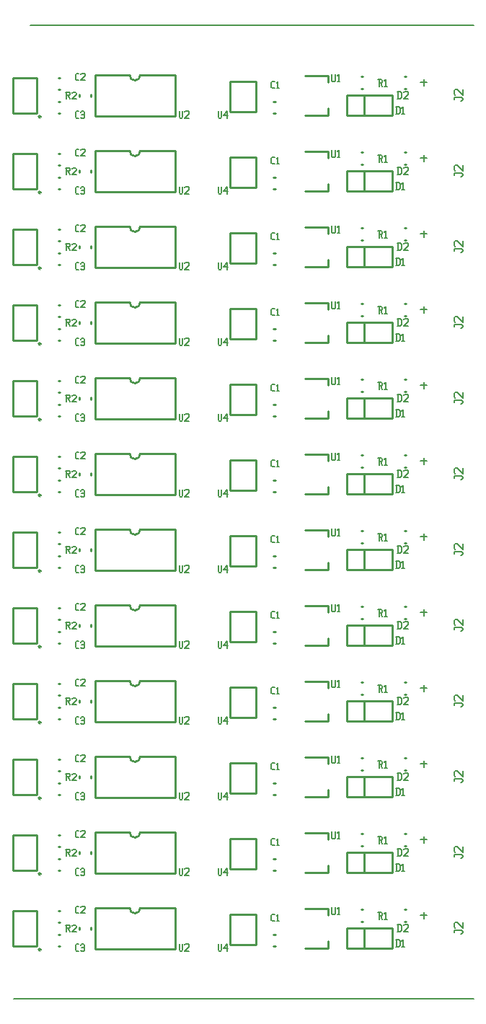
<source format=gbr>
G04 start of page 9 for group -4079 idx -4079 *
G04 Title: (unknown), topsilk *
G04 Creator: pcb 4.0.2 *
G04 CreationDate: Sun May 15 03:05:21 2022 UTC *
G04 For: railfan *
G04 Format: Gerber/RS-274X *
G04 PCB-Dimensions (mil): 3000.00 5500.00 *
G04 PCB-Coordinate-Origin: lower left *
%MOIN*%
%FSLAX25Y25*%
%LNTOPSILK*%
%ADD49C,0.0100*%
%ADD48C,0.0080*%
G54D48*X62500Y500000D02*X267500D01*
X243000Y473500D02*X246000D01*
X244500Y475000D02*Y472000D01*
X243000Y438500D02*X246000D01*
X244500Y440000D02*Y437000D01*
X243000Y403500D02*X246000D01*
X244500Y405000D02*Y402000D01*
X243000Y368500D02*X246000D01*
X244500Y370000D02*Y367000D01*
X243000Y333500D02*X246000D01*
X244500Y335000D02*Y332000D01*
X243000Y298500D02*X246000D01*
X244500Y300000D02*Y297000D01*
X55000Y50000D02*X267500D01*
X243000Y263500D02*X246000D01*
X244500Y265000D02*Y262000D01*
X243000Y228500D02*X246000D01*
X244500Y230000D02*Y227000D01*
X243000Y193500D02*X246000D01*
X244500Y195000D02*Y192000D01*
X243000Y158500D02*X246000D01*
X244500Y160000D02*Y157000D01*
X243000Y123500D02*X246000D01*
X244500Y125000D02*Y122000D01*
X243000Y88500D02*X246000D01*
X244500Y90000D02*Y87000D01*
G54D49*X85245Y467893D02*Y467107D01*
X90755Y467893D02*Y467107D01*
X75607Y464755D02*X76393D01*
X75607Y459245D02*X76393D01*
X75607Y475755D02*X76393D01*
X75607Y470245D02*X76393D01*
X54488Y459232D02*X65512D01*
X54488Y475768D02*Y459232D01*
Y475768D02*X65512D01*
Y459232D01*
X67512Y457732D02*G75*G03X67512Y457732I-500J0D01*G01*
X92500Y477000D02*Y458000D01*
X129500D01*
Y477000D01*
X92500D02*X108500D01*
X129500D02*X113500D01*
X108500D02*G75*G03X113500Y477000I2500J0D01*G01*
X166900Y473900D02*Y460000D01*
X155100Y473900D02*X166900D01*
X155100D02*Y460000D01*
X166900D01*
X189520Y476750D02*X200150D01*
X189520Y458250D02*X200150D01*
Y476750D02*Y473500D01*
Y461500D02*Y458250D01*
X189520Y476750D02*Y476571D01*
Y458429D02*Y458250D01*
X175107Y459245D02*X175893D01*
X175107Y464755D02*X175893D01*
X166900Y438900D02*Y425000D01*
X155100Y438900D02*X166900D01*
X155100D02*Y425000D01*
X166900D01*
X189520Y441750D02*X200150D01*
X189520Y423250D02*X200150D01*
Y441750D02*Y438500D01*
Y426500D02*Y423250D01*
X189520Y441750D02*Y441571D01*
Y423429D02*Y423250D01*
X175107Y424245D02*X175893D01*
X175107Y429755D02*X175893D01*
X166900Y403900D02*Y390000D01*
X155100Y403900D02*X166900D01*
X155100D02*Y390000D01*
X166900D01*
X189520Y406750D02*X200150D01*
X189520Y388250D02*X200150D01*
Y406750D02*Y403500D01*
Y391500D02*Y388250D01*
X189520Y406750D02*Y406571D01*
Y388429D02*Y388250D01*
X175107Y389245D02*X175893D01*
X175107Y394755D02*X175893D01*
X85245Y432893D02*Y432107D01*
X90755Y432893D02*Y432107D01*
X75607Y429755D02*X76393D01*
X75607Y424245D02*X76393D01*
X75607Y440755D02*X76393D01*
X75607Y435245D02*X76393D01*
X54488Y424232D02*X65512D01*
X54488Y440768D02*Y424232D01*
Y440768D02*X65512D01*
Y424232D01*
X67512Y422732D02*G75*G03X67512Y422732I-500J0D01*G01*
X85245Y397893D02*Y397107D01*
X90755Y397893D02*Y397107D01*
X92500Y407000D02*Y388000D01*
X129500D01*
Y407000D01*
X92500D02*X108500D01*
X129500D02*X113500D01*
X108500D02*G75*G03X113500Y407000I2500J0D01*G01*
X92500Y442000D02*Y423000D01*
X129500D01*
Y442000D01*
X92500D02*X108500D01*
X129500D02*X113500D01*
X108500D02*G75*G03X113500Y442000I2500J0D01*G01*
X209000Y73200D02*X230000D01*
X209000Y82800D02*X230000D01*
X209000Y73200D02*Y82800D01*
X230000Y73200D02*Y82800D01*
X217000Y73200D02*Y82800D01*
X189520Y91750D02*X200150D01*
X189520Y73250D02*X200150D01*
Y91750D02*Y88500D01*
Y76500D02*Y73250D01*
X189520Y91750D02*Y91571D01*
Y73429D02*Y73250D01*
X215607Y91255D02*X216393D01*
X215607Y85745D02*X216393D01*
X235607Y91255D02*X236393D01*
X235607Y85745D02*X236393D01*
X85245Y82893D02*Y82107D01*
X90755Y82893D02*Y82107D01*
X75607Y79755D02*X76393D01*
X75607Y74245D02*X76393D01*
X75607Y90755D02*X76393D01*
X75607Y85245D02*X76393D01*
X166900Y88900D02*Y75000D01*
X155100Y88900D02*X166900D01*
X155100D02*Y75000D01*
X166900D01*
X175107Y74245D02*X175893D01*
X175107Y79755D02*X175893D01*
X92500Y92000D02*Y73000D01*
X129500D01*
Y92000D01*
X92500D02*X108500D01*
X129500D02*X113500D01*
X108500D02*G75*G03X113500Y92000I2500J0D01*G01*
X54488Y74232D02*X65512D01*
X54488Y90768D02*Y74232D01*
Y90768D02*X65512D01*
Y74232D01*
X67512Y72732D02*G75*G03X67512Y72732I-500J0D01*G01*
X209000Y458200D02*X230000D01*
X209000Y467800D02*X230000D01*
X209000Y458200D02*Y467800D01*
X230000Y458200D02*Y467800D01*
X217000Y458200D02*Y467800D01*
X215607Y476255D02*X216393D01*
X215607Y470745D02*X216393D01*
X235607Y476255D02*X236393D01*
X235607Y470745D02*X236393D01*
X209000Y423200D02*X230000D01*
X209000Y432800D02*X230000D01*
X209000Y423200D02*Y432800D01*
X230000Y423200D02*Y432800D01*
X217000Y423200D02*Y432800D01*
X215607Y441255D02*X216393D01*
X215607Y435745D02*X216393D01*
X235607Y441255D02*X236393D01*
X235607Y435745D02*X236393D01*
X209000Y388200D02*X230000D01*
X209000Y397800D02*X230000D01*
X209000Y388200D02*Y397800D01*
X230000Y388200D02*Y397800D01*
X217000Y388200D02*Y397800D01*
X215607Y406255D02*X216393D01*
X215607Y400745D02*X216393D01*
X235607Y406255D02*X236393D01*
X235607Y400745D02*X236393D01*
X75607Y394755D02*X76393D01*
X75607Y389245D02*X76393D01*
X75607Y405755D02*X76393D01*
X75607Y400245D02*X76393D01*
X54488Y389232D02*X65512D01*
X54488Y405768D02*Y389232D01*
Y405768D02*X65512D01*
Y389232D01*
X67512Y387732D02*G75*G03X67512Y387732I-500J0D01*G01*
X75607Y359755D02*X76393D01*
X75607Y354245D02*X76393D01*
X92500Y372000D02*Y353000D01*
X129500D01*
Y372000D01*
X92500D02*X108500D01*
X129500D02*X113500D01*
X108500D02*G75*G03X113500Y372000I2500J0D01*G01*
X85245Y362893D02*Y362107D01*
X90755Y362893D02*Y362107D01*
X75607Y370755D02*X76393D01*
X75607Y365245D02*X76393D01*
X54488Y354232D02*X65512D01*
X54488Y370768D02*Y354232D01*
Y370768D02*X65512D01*
Y354232D01*
X67512Y352732D02*G75*G03X67512Y352732I-500J0D01*G01*
X85245Y327893D02*Y327107D01*
X90755Y327893D02*Y327107D01*
X75607Y335755D02*X76393D01*
X75607Y330245D02*X76393D01*
X54488Y319232D02*X65512D01*
X54488Y335768D02*Y319232D01*
Y335768D02*X65512D01*
Y319232D01*
X67512Y317732D02*G75*G03X67512Y317732I-500J0D01*G01*
X75607Y324755D02*X76393D01*
X75607Y319245D02*X76393D01*
X75607Y300755D02*X76393D01*
X75607Y295245D02*X76393D01*
X85245Y292893D02*Y292107D01*
X90755Y292893D02*Y292107D01*
X92500Y302000D02*Y283000D01*
X129500D01*
Y302000D01*
X92500D02*X108500D01*
X129500D02*X113500D01*
X108500D02*G75*G03X113500Y302000I2500J0D01*G01*
X92500Y337000D02*Y318000D01*
X129500D01*
Y337000D01*
X92500D02*X108500D01*
X129500D02*X113500D01*
X108500D02*G75*G03X113500Y337000I2500J0D01*G01*
X85245Y257893D02*Y257107D01*
X90755Y257893D02*Y257107D01*
X92500Y267000D02*Y248000D01*
X129500D01*
Y267000D01*
X92500D02*X108500D01*
X129500D02*X113500D01*
X108500D02*G75*G03X113500Y267000I2500J0D01*G01*
X75607Y289755D02*X76393D01*
X75607Y284245D02*X76393D01*
X54488Y284232D02*X65512D01*
X54488Y300768D02*Y284232D01*
Y300768D02*X65512D01*
Y284232D01*
X67512Y282732D02*G75*G03X67512Y282732I-500J0D01*G01*
X75607Y254755D02*X76393D01*
X75607Y249245D02*X76393D01*
X75607Y265755D02*X76393D01*
X75607Y260245D02*X76393D01*
X54488Y249232D02*X65512D01*
X54488Y265768D02*Y249232D01*
Y265768D02*X65512D01*
Y249232D01*
X67512Y247732D02*G75*G03X67512Y247732I-500J0D01*G01*
X166900Y368900D02*Y355000D01*
X155100Y368900D02*X166900D01*
X155100D02*Y355000D01*
X166900D01*
X189520Y371750D02*X200150D01*
X189520Y353250D02*X200150D01*
Y371750D02*Y368500D01*
Y356500D02*Y353250D01*
X189520Y371750D02*Y371571D01*
Y353429D02*Y353250D01*
X175107Y354245D02*X175893D01*
X175107Y359755D02*X175893D01*
X166900Y333900D02*Y320000D01*
X155100Y333900D02*X166900D01*
X155100D02*Y320000D01*
X166900D01*
X175107Y319245D02*X175893D01*
X175107Y324755D02*X175893D01*
X166900Y298900D02*Y285000D01*
X155100Y298900D02*X166900D01*
X155100D02*Y285000D01*
X166900D01*
X175107Y284245D02*X175893D01*
X175107Y289755D02*X175893D01*
X166900Y263900D02*Y250000D01*
X155100Y263900D02*X166900D01*
X155100D02*Y250000D01*
X166900D01*
X175107Y249245D02*X175893D01*
X175107Y254755D02*X175893D01*
X209000Y353200D02*X230000D01*
X209000Y362800D02*X230000D01*
X209000Y353200D02*Y362800D01*
X230000Y353200D02*Y362800D01*
X217000Y353200D02*Y362800D01*
X215607Y371255D02*X216393D01*
X215607Y365745D02*X216393D01*
X235607Y371255D02*X236393D01*
X235607Y365745D02*X236393D01*
X209000Y318200D02*X230000D01*
X209000Y327800D02*X230000D01*
X209000Y318200D02*Y327800D01*
X230000Y318200D02*Y327800D01*
X217000Y318200D02*Y327800D01*
X189520Y336750D02*X200150D01*
X189520Y318250D02*X200150D01*
Y336750D02*Y333500D01*
Y321500D02*Y318250D01*
X189520Y336750D02*Y336571D01*
Y318429D02*Y318250D01*
X215607Y336255D02*X216393D01*
X215607Y330745D02*X216393D01*
X235607Y336255D02*X236393D01*
X235607Y330745D02*X236393D01*
X209000Y283200D02*X230000D01*
X209000Y292800D02*X230000D01*
X209000Y283200D02*Y292800D01*
X230000Y283200D02*Y292800D01*
X217000Y283200D02*Y292800D01*
X189520Y301750D02*X200150D01*
X189520Y283250D02*X200150D01*
Y301750D02*Y298500D01*
Y286500D02*Y283250D01*
X189520Y301750D02*Y301571D01*
Y283429D02*Y283250D01*
X215607Y301255D02*X216393D01*
X215607Y295745D02*X216393D01*
X235607Y301255D02*X236393D01*
X235607Y295745D02*X236393D01*
X209000Y248200D02*X230000D01*
X209000Y257800D02*X230000D01*
X209000Y248200D02*Y257800D01*
X230000Y248200D02*Y257800D01*
X217000Y248200D02*Y257800D01*
X189520Y266750D02*X200150D01*
X189520Y248250D02*X200150D01*
Y266750D02*Y263500D01*
Y251500D02*Y248250D01*
X189520Y266750D02*Y266571D01*
Y248429D02*Y248250D01*
X215607Y266255D02*X216393D01*
X215607Y260745D02*X216393D01*
X235607Y266255D02*X236393D01*
X235607Y260745D02*X236393D01*
X209000Y213200D02*X230000D01*
X209000Y222800D02*X230000D01*
X209000Y213200D02*Y222800D01*
X230000Y213200D02*Y222800D01*
X217000Y213200D02*Y222800D01*
X189520Y231750D02*X200150D01*
X189520Y213250D02*X200150D01*
Y231750D02*Y228500D01*
Y216500D02*Y213250D01*
X189520Y231750D02*Y231571D01*
Y213429D02*Y213250D01*
X215607Y231255D02*X216393D01*
X215607Y225745D02*X216393D01*
X235607Y231255D02*X236393D01*
X235607Y225745D02*X236393D01*
X209000Y178200D02*X230000D01*
X209000Y187800D02*X230000D01*
X209000Y178200D02*Y187800D01*
X230000Y178200D02*Y187800D01*
X217000Y178200D02*Y187800D01*
X189520Y196750D02*X200150D01*
X189520Y178250D02*X200150D01*
Y196750D02*Y193500D01*
Y181500D02*Y178250D01*
X189520Y196750D02*Y196571D01*
Y178429D02*Y178250D01*
X215607Y196255D02*X216393D01*
X215607Y190745D02*X216393D01*
X235607Y196255D02*X236393D01*
X235607Y190745D02*X236393D01*
X209000Y143200D02*X230000D01*
X209000Y152800D02*X230000D01*
X209000Y143200D02*Y152800D01*
X230000Y143200D02*Y152800D01*
X217000Y143200D02*Y152800D01*
X189520Y161750D02*X200150D01*
X189520Y143250D02*X200150D01*
Y161750D02*Y158500D01*
Y146500D02*Y143250D01*
X189520Y161750D02*Y161571D01*
Y143429D02*Y143250D01*
X215607Y161255D02*X216393D01*
X215607Y155745D02*X216393D01*
X209000Y108200D02*X230000D01*
X209000Y117800D02*X230000D01*
X209000Y108200D02*Y117800D01*
X230000Y108200D02*Y117800D01*
X217000Y108200D02*Y117800D01*
X189520Y126750D02*X200150D01*
X189520Y108250D02*X200150D01*
Y126750D02*Y123500D01*
Y111500D02*Y108250D01*
X189520Y126750D02*Y126571D01*
Y108429D02*Y108250D01*
X215607Y126255D02*X216393D01*
X215607Y120745D02*X216393D01*
X235607Y161255D02*X236393D01*
X235607Y155745D02*X236393D01*
X235607Y126255D02*X236393D01*
X235607Y120745D02*X236393D01*
X85245Y222893D02*Y222107D01*
X90755Y222893D02*Y222107D01*
X166900Y228900D02*Y215000D01*
X155100Y228900D02*X166900D01*
X155100D02*Y215000D01*
X166900D01*
X175107Y214245D02*X175893D01*
X175107Y219755D02*X175893D01*
X92500Y232000D02*Y213000D01*
X129500D01*
Y232000D01*
X92500D02*X108500D01*
X129500D02*X113500D01*
X108500D02*G75*G03X113500Y232000I2500J0D01*G01*
X166900Y193900D02*Y180000D01*
X155100Y193900D02*X166900D01*
X155100D02*Y180000D01*
X166900D01*
X175107Y179245D02*X175893D01*
X175107Y184755D02*X175893D01*
X92500Y197000D02*Y178000D01*
X129500D01*
Y197000D01*
X92500D02*X108500D01*
X129500D02*X113500D01*
X108500D02*G75*G03X113500Y197000I2500J0D01*G01*
X75607Y219755D02*X76393D01*
X75607Y214245D02*X76393D01*
X75607Y230755D02*X76393D01*
X75607Y225245D02*X76393D01*
X75607Y195755D02*X76393D01*
X75607Y190245D02*X76393D01*
X54488Y214232D02*X65512D01*
X54488Y230768D02*Y214232D01*
Y230768D02*X65512D01*
Y214232D01*
X67512Y212732D02*G75*G03X67512Y212732I-500J0D01*G01*
X85245Y187893D02*Y187107D01*
X90755Y187893D02*Y187107D01*
X75607Y184755D02*X76393D01*
X75607Y179245D02*X76393D01*
X54488Y179232D02*X65512D01*
X54488Y195768D02*Y179232D01*
Y195768D02*X65512D01*
Y179232D01*
X67512Y177732D02*G75*G03X67512Y177732I-500J0D01*G01*
X85245Y152893D02*Y152107D01*
X90755Y152893D02*Y152107D01*
X75607Y149755D02*X76393D01*
X75607Y144245D02*X76393D01*
X75607Y160755D02*X76393D01*
X75607Y155245D02*X76393D01*
X54488Y144232D02*X65512D01*
X54488Y160768D02*Y144232D01*
Y160768D02*X65512D01*
Y144232D01*
X67512Y142732D02*G75*G03X67512Y142732I-500J0D01*G01*
X85245Y117893D02*Y117107D01*
X90755Y117893D02*Y117107D01*
X75607Y114755D02*X76393D01*
X75607Y109245D02*X76393D01*
X75607Y125755D02*X76393D01*
X75607Y120245D02*X76393D01*
X54488Y109232D02*X65512D01*
X54488Y125768D02*Y109232D01*
Y125768D02*X65512D01*
Y109232D01*
X67512Y107732D02*G75*G03X67512Y107732I-500J0D01*G01*
X166900Y158900D02*Y145000D01*
X155100Y158900D02*X166900D01*
X155100D02*Y145000D01*
X166900D01*
X175107Y144245D02*X175893D01*
X175107Y149755D02*X175893D01*
X92500Y162000D02*Y143000D01*
X129500D01*
Y162000D01*
X92500D02*X108500D01*
X129500D02*X113500D01*
X108500D02*G75*G03X113500Y162000I2500J0D01*G01*
X166900Y123900D02*Y110000D01*
X155100Y123900D02*X166900D01*
X155100D02*Y110000D01*
X166900D01*
X175107Y109245D02*X175893D01*
X175107Y114755D02*X175893D01*
X92500Y127000D02*Y108000D01*
X129500D01*
Y127000D01*
X92500D02*X108500D01*
X129500D02*X113500D01*
X108500D02*G75*G03X113500Y127000I2500J0D01*G01*
G54D48*X78900Y469100D02*X80500D01*
X80900Y468700D01*
Y467900D01*
X80500Y467500D02*X80900Y467900D01*
X79300Y467500D02*X80500D01*
X79300Y469100D02*Y465900D01*
X79940Y467500D02*X80900Y465900D01*
X81860Y468700D02*X82260Y469100D01*
X83460D01*
X83860Y468700D01*
Y467900D01*
X81860Y465900D02*X83860Y467900D01*
X81860Y465900D02*X83860D01*
X84060Y457000D02*X85100D01*
X83500Y457560D02*X84060Y457000D01*
X83500Y459640D02*Y457560D01*
Y459640D02*X84060Y460200D01*
X85100D01*
X86060Y459800D02*X86460Y460200D01*
X87260D01*
X87660Y459800D01*
X87260Y457000D02*X87660Y457400D01*
X86460Y457000D02*X87260D01*
X86060Y457400D02*X86460Y457000D01*
Y458760D02*X87260D01*
X87660Y459800D02*Y459160D01*
Y458360D02*Y457400D01*
Y458360D02*X87260Y458760D01*
X87660Y459160D02*X87260Y458760D01*
X84060Y474500D02*X85100D01*
X83500Y475060D02*X84060Y474500D01*
X83500Y477140D02*Y475060D01*
Y477140D02*X84060Y477700D01*
X85100D01*
X86060Y477300D02*X86460Y477700D01*
X87660D01*
X88060Y477300D01*
Y476500D01*
X86060Y474500D02*X88060Y476500D01*
X86060Y474500D02*X88060D01*
X149500Y460300D02*Y457500D01*
X149900Y457100D01*
X150700D01*
X151100Y457500D01*
Y460300D02*Y457500D01*
X152060Y458300D02*X153660Y460300D01*
X152060Y458300D02*X154060D01*
X153660Y460300D02*Y457100D01*
X131500Y460230D02*Y457535D01*
X131885Y457150D01*
X132655D01*
X133040Y457535D01*
Y460230D02*Y457535D01*
X133964Y459845D02*X134349Y460230D01*
X135504D01*
X135889Y459845D01*
Y459075D01*
X133964Y457150D02*X135889Y459075D01*
X133964Y457150D02*X135889D01*
X258500Y466500D02*Y465700D01*
Y466500D02*X262000D01*
X262500Y466000D02*X262000Y466500D01*
X262500Y466000D02*Y465500D01*
X262000Y465000D02*X262500Y465500D01*
X261500Y465000D02*X262000D01*
X259000Y467700D02*X258500Y468200D01*
Y469700D02*Y468200D01*
Y469700D02*X259000Y470200D01*
X260000D01*
X262500Y467700D02*X260000Y470200D01*
X262500D02*Y467700D01*
X258500Y396500D02*Y395700D01*
Y396500D02*X262000D01*
X262500Y396000D02*X262000Y396500D01*
X262500Y396000D02*Y395500D01*
X262000Y395000D02*X262500Y395500D01*
X261500Y395000D02*X262000D01*
X259000Y397700D02*X258500Y398200D01*
Y399700D02*Y398200D01*
Y399700D02*X259000Y400200D01*
X260000D01*
X262500Y397700D02*X260000Y400200D01*
X262500D02*Y397700D01*
X231900Y462200D02*Y459000D01*
X232940Y462200D02*X233500Y461640D01*
Y459560D01*
X232940Y459000D02*X233500Y459560D01*
X231500Y459000D02*X232940D01*
X231500Y462200D02*X232940D01*
X234460Y461560D02*X235100Y462200D01*
Y459000D01*
X234460D02*X235660D01*
X223436Y474850D02*X225036D01*
X225436Y474450D01*
Y473650D01*
X225036Y473250D02*X225436Y473650D01*
X223836Y473250D02*X225036D01*
X223836Y474850D02*Y471650D01*
X224476Y473250D02*X225436Y471650D01*
X226396Y474210D02*X227036Y474850D01*
Y471650D01*
X226396D02*X227596D01*
X232750Y469350D02*Y466150D01*
X233790Y469350D02*X234350Y468790D01*
Y466710D01*
X233790Y466150D02*X234350Y466710D01*
X232350Y466150D02*X233790D01*
X232350Y469350D02*X233790D01*
X235310Y468950D02*X235710Y469350D01*
X236910D01*
X237310Y468950D01*
Y468150D01*
X235310Y466150D02*X237310Y468150D01*
X235310Y466150D02*X237310D01*
X231900Y427200D02*Y424000D01*
X232940Y427200D02*X233500Y426640D01*
Y424560D01*
X232940Y424000D02*X233500Y424560D01*
X231500Y424000D02*X232940D01*
X231500Y427200D02*X232940D01*
X234460Y426560D02*X235100Y427200D01*
Y424000D01*
X234460D02*X235660D01*
X223436Y439850D02*X225036D01*
X225436Y439450D01*
Y438650D01*
X225036Y438250D02*X225436Y438650D01*
X223836Y438250D02*X225036D01*
X223836Y439850D02*Y436650D01*
X224476Y438250D02*X225436Y436650D01*
X226396Y439210D02*X227036Y439850D01*
Y436650D01*
X226396D02*X227596D01*
X232750Y434350D02*Y431150D01*
X233790Y434350D02*X234350Y433790D01*
Y431710D01*
X233790Y431150D02*X234350Y431710D01*
X232350Y431150D02*X233790D01*
X232350Y434350D02*X233790D01*
X235310Y433950D02*X235710Y434350D01*
X236910D01*
X237310Y433950D01*
Y433150D01*
X235310Y431150D02*X237310Y433150D01*
X235310Y431150D02*X237310D01*
X202000Y477200D02*Y474400D01*
X202400Y474000D01*
X203200D01*
X203600Y474400D01*
Y477200D02*Y474400D01*
X204560Y476560D02*X205200Y477200D01*
Y474000D01*
X204560D02*X205760D01*
X174497Y470906D02*X175537D01*
X173937Y471466D02*X174497Y470906D01*
X173937Y473546D02*Y471466D01*
Y473546D02*X174497Y474106D01*
X175537D01*
X176497Y473466D02*X177137Y474106D01*
Y470906D01*
X176497D02*X177697D01*
X258500Y431500D02*Y430700D01*
Y431500D02*X262000D01*
X262500Y431000D02*X262000Y431500D01*
X262500Y431000D02*Y430500D01*
X262000Y430000D02*X262500Y430500D01*
X261500Y430000D02*X262000D01*
X259000Y432700D02*X258500Y433200D01*
Y434700D02*Y433200D01*
Y434700D02*X259000Y435200D01*
X260000D01*
X262500Y432700D02*X260000Y435200D01*
X262500D02*Y432700D01*
X202000Y442200D02*Y439400D01*
X202400Y439000D01*
X203200D01*
X203600Y439400D01*
Y442200D02*Y439400D01*
X204560Y441560D02*X205200Y442200D01*
Y439000D01*
X204560D02*X205760D01*
X174497Y435906D02*X175537D01*
X173937Y436466D02*X174497Y435906D01*
X173937Y438546D02*Y436466D01*
Y438546D02*X174497Y439106D01*
X175537D01*
X176497Y438466D02*X177137Y439106D01*
Y435906D01*
X176497D02*X177697D01*
X149500Y425300D02*Y422500D01*
X149900Y422100D01*
X150700D01*
X151100Y422500D01*
Y425300D02*Y422500D01*
X152060Y423300D02*X153660Y425300D01*
X152060Y423300D02*X154060D01*
X153660Y425300D02*Y422100D01*
X174497Y400906D02*X175537D01*
X173937Y401466D02*X174497Y400906D01*
X173937Y403546D02*Y401466D01*
Y403546D02*X174497Y404106D01*
X175537D01*
X176497Y403466D02*X177137Y404106D01*
Y400906D01*
X176497D02*X177697D01*
X231900Y392200D02*Y389000D01*
X232940Y392200D02*X233500Y391640D01*
Y389560D01*
X232940Y389000D02*X233500Y389560D01*
X231500Y389000D02*X232940D01*
X231500Y392200D02*X232940D01*
X234460Y391560D02*X235100Y392200D01*
Y389000D01*
X234460D02*X235660D01*
X202000Y407200D02*Y404400D01*
X202400Y404000D01*
X203200D01*
X203600Y404400D01*
Y407200D02*Y404400D01*
X204560Y406560D02*X205200Y407200D01*
Y404000D01*
X204560D02*X205760D01*
X223436Y404850D02*X225036D01*
X225436Y404450D01*
Y403650D01*
X225036Y403250D02*X225436Y403650D01*
X223836Y403250D02*X225036D01*
X223836Y404850D02*Y401650D01*
X224476Y403250D02*X225436Y401650D01*
X226396Y404210D02*X227036Y404850D01*
Y401650D01*
X226396D02*X227596D01*
X232750Y399350D02*Y396150D01*
X233790Y399350D02*X234350Y398790D01*
Y396710D01*
X233790Y396150D02*X234350Y396710D01*
X232350Y396150D02*X233790D01*
X232350Y399350D02*X233790D01*
X235310Y398950D02*X235710Y399350D01*
X236910D01*
X237310Y398950D01*
Y398150D01*
X235310Y396150D02*X237310Y398150D01*
X235310Y396150D02*X237310D01*
X202000Y372200D02*Y369400D01*
X202400Y369000D01*
X203200D01*
X203600Y369400D01*
Y372200D02*Y369400D01*
X204560Y371560D02*X205200Y372200D01*
Y369000D01*
X204560D02*X205760D01*
X174497Y365906D02*X175537D01*
X173937Y366466D02*X174497Y365906D01*
X173937Y368546D02*Y366466D01*
Y368546D02*X174497Y369106D01*
X175537D01*
X176497Y368466D02*X177137Y369106D01*
Y365906D01*
X176497D02*X177697D01*
X78900Y434100D02*X80500D01*
X80900Y433700D01*
Y432900D01*
X80500Y432500D02*X80900Y432900D01*
X79300Y432500D02*X80500D01*
X79300Y434100D02*Y430900D01*
X79940Y432500D02*X80900Y430900D01*
X81860Y433700D02*X82260Y434100D01*
X83460D01*
X83860Y433700D01*
Y432900D01*
X81860Y430900D02*X83860Y432900D01*
X81860Y430900D02*X83860D01*
X84060Y422000D02*X85100D01*
X83500Y422560D02*X84060Y422000D01*
X83500Y424640D02*Y422560D01*
Y424640D02*X84060Y425200D01*
X85100D01*
X86060Y424800D02*X86460Y425200D01*
X87260D01*
X87660Y424800D01*
X87260Y422000D02*X87660Y422400D01*
X86460Y422000D02*X87260D01*
X86060Y422400D02*X86460Y422000D01*
Y423760D02*X87260D01*
X87660Y424800D02*Y424160D01*
Y423360D02*Y422400D01*
Y423360D02*X87260Y423760D01*
X87660Y424160D02*X87260Y423760D01*
X131500Y425230D02*Y422535D01*
X131885Y422150D01*
X132655D01*
X133040Y422535D01*
Y425230D02*Y422535D01*
X133964Y424845D02*X134349Y425230D01*
X135504D01*
X135889Y424845D01*
Y424075D01*
X133964Y422150D02*X135889Y424075D01*
X133964Y422150D02*X135889D01*
X149500Y390300D02*Y387500D01*
X149900Y387100D01*
X150700D01*
X151100Y387500D01*
Y390300D02*Y387500D01*
X152060Y388300D02*X153660Y390300D01*
X152060Y388300D02*X154060D01*
X153660Y390300D02*Y387100D01*
X131500Y390230D02*Y387535D01*
X131885Y387150D01*
X132655D01*
X133040Y387535D01*
Y390230D02*Y387535D01*
X133964Y389845D02*X134349Y390230D01*
X135504D01*
X135889Y389845D01*
Y389075D01*
X133964Y387150D02*X135889Y389075D01*
X133964Y387150D02*X135889D01*
X84060Y439500D02*X85100D01*
X83500Y440060D02*X84060Y439500D01*
X83500Y442140D02*Y440060D01*
Y442140D02*X84060Y442700D01*
X85100D01*
X86060Y442300D02*X86460Y442700D01*
X87660D01*
X88060Y442300D01*
Y441500D01*
X86060Y439500D02*X88060Y441500D01*
X86060Y439500D02*X88060D01*
X84060Y404500D02*X85100D01*
X83500Y405060D02*X84060Y404500D01*
X83500Y407140D02*Y405060D01*
Y407140D02*X84060Y407700D01*
X85100D01*
X86060Y407300D02*X86460Y407700D01*
X87660D01*
X88060Y407300D01*
Y406500D01*
X86060Y404500D02*X88060Y406500D01*
X86060Y404500D02*X88060D01*
X78900Y399100D02*X80500D01*
X80900Y398700D01*
Y397900D01*
X80500Y397500D02*X80900Y397900D01*
X79300Y397500D02*X80500D01*
X79300Y399100D02*Y395900D01*
X79940Y397500D02*X80900Y395900D01*
X81860Y398700D02*X82260Y399100D01*
X83460D01*
X83860Y398700D01*
Y397900D01*
X81860Y395900D02*X83860Y397900D01*
X81860Y395900D02*X83860D01*
X84060Y387000D02*X85100D01*
X83500Y387560D02*X84060Y387000D01*
X83500Y389640D02*Y387560D01*
Y389640D02*X84060Y390200D01*
X85100D01*
X86060Y389800D02*X86460Y390200D01*
X87260D01*
X87660Y389800D01*
X87260Y387000D02*X87660Y387400D01*
X86460Y387000D02*X87260D01*
X86060Y387400D02*X86460Y387000D01*
Y388760D02*X87260D01*
X87660Y389800D02*Y389160D01*
Y388360D02*Y387400D01*
Y388360D02*X87260Y388760D01*
X87660Y389160D02*X87260Y388760D01*
X84060Y369500D02*X85100D01*
X83500Y370060D02*X84060Y369500D01*
X83500Y372140D02*Y370060D01*
Y372140D02*X84060Y372700D01*
X85100D01*
X86060Y372300D02*X86460Y372700D01*
X87660D01*
X88060Y372300D01*
Y371500D01*
X86060Y369500D02*X88060Y371500D01*
X86060Y369500D02*X88060D01*
X231900Y77200D02*Y74000D01*
X232940Y77200D02*X233500Y76640D01*
Y74560D01*
X232940Y74000D02*X233500Y74560D01*
X231500Y74000D02*X232940D01*
X231500Y77200D02*X232940D01*
X234460Y76560D02*X235100Y77200D01*
Y74000D01*
X234460D02*X235660D01*
X232750Y84350D02*Y81150D01*
X233790Y84350D02*X234350Y83790D01*
Y81710D01*
X233790Y81150D02*X234350Y81710D01*
X232350Y81150D02*X233790D01*
X232350Y84350D02*X233790D01*
X235310Y83950D02*X235710Y84350D01*
X236910D01*
X237310Y83950D01*
Y83150D01*
X235310Y81150D02*X237310Y83150D01*
X235310Y81150D02*X237310D01*
X258500Y81500D02*Y80700D01*
Y81500D02*X262000D01*
X262500Y81000D02*X262000Y81500D01*
X262500Y81000D02*Y80500D01*
X262000Y80000D02*X262500Y80500D01*
X261500Y80000D02*X262000D01*
X259000Y82700D02*X258500Y83200D01*
Y84700D02*Y83200D01*
Y84700D02*X259000Y85200D01*
X260000D01*
X262500Y82700D02*X260000Y85200D01*
X262500D02*Y82700D01*
X149500Y75300D02*Y72500D01*
X149900Y72100D01*
X150700D01*
X151100Y72500D01*
Y75300D02*Y72500D01*
X152060Y73300D02*X153660Y75300D01*
X152060Y73300D02*X154060D01*
X153660Y75300D02*Y72100D01*
X131500Y75230D02*Y72535D01*
X131885Y72150D01*
X132655D01*
X133040Y72535D01*
Y75230D02*Y72535D01*
X133964Y74845D02*X134349Y75230D01*
X135504D01*
X135889Y74845D01*
Y74075D01*
X133964Y72150D02*X135889Y74075D01*
X133964Y72150D02*X135889D01*
X202000Y92200D02*Y89400D01*
X202400Y89000D01*
X203200D01*
X203600Y89400D01*
Y92200D02*Y89400D01*
X204560Y91560D02*X205200Y92200D01*
Y89000D01*
X204560D02*X205760D01*
X174497Y85906D02*X175537D01*
X173937Y86466D02*X174497Y85906D01*
X173937Y88546D02*Y86466D01*
Y88546D02*X174497Y89106D01*
X175537D01*
X176497Y88466D02*X177137Y89106D01*
Y85906D01*
X176497D02*X177697D01*
X223436Y89850D02*X225036D01*
X225436Y89450D01*
Y88650D01*
X225036Y88250D02*X225436Y88650D01*
X223836Y88250D02*X225036D01*
X223836Y89850D02*Y86650D01*
X224476Y88250D02*X225436Y86650D01*
X226396Y89210D02*X227036Y89850D01*
Y86650D01*
X226396D02*X227596D01*
X149500Y355300D02*Y352500D01*
X149900Y352100D01*
X150700D01*
X151100Y352500D01*
Y355300D02*Y352500D01*
X152060Y353300D02*X153660Y355300D01*
X152060Y353300D02*X154060D01*
X153660Y355300D02*Y352100D01*
X131500Y355230D02*Y352535D01*
X131885Y352150D01*
X132655D01*
X133040Y352535D01*
Y355230D02*Y352535D01*
X133964Y354845D02*X134349Y355230D01*
X135504D01*
X135889Y354845D01*
Y354075D01*
X133964Y352150D02*X135889Y354075D01*
X133964Y352150D02*X135889D01*
X149500Y320300D02*Y317500D01*
X149900Y317100D01*
X150700D01*
X151100Y317500D01*
Y320300D02*Y317500D01*
X152060Y318300D02*X153660Y320300D01*
X152060Y318300D02*X154060D01*
X153660Y320300D02*Y317100D01*
X131500Y320230D02*Y317535D01*
X131885Y317150D01*
X132655D01*
X133040Y317535D01*
Y320230D02*Y317535D01*
X133964Y319845D02*X134349Y320230D01*
X135504D01*
X135889Y319845D01*
Y319075D01*
X133964Y317150D02*X135889Y319075D01*
X133964Y317150D02*X135889D01*
X202000Y337200D02*Y334400D01*
X202400Y334000D01*
X203200D01*
X203600Y334400D01*
Y337200D02*Y334400D01*
X204560Y336560D02*X205200Y337200D01*
Y334000D01*
X204560D02*X205760D01*
X174497Y330906D02*X175537D01*
X173937Y331466D02*X174497Y330906D01*
X173937Y333546D02*Y331466D01*
Y333546D02*X174497Y334106D01*
X175537D01*
X176497Y333466D02*X177137Y334106D01*
Y330906D01*
X176497D02*X177697D01*
X78900Y364100D02*X80500D01*
X80900Y363700D01*
Y362900D01*
X80500Y362500D02*X80900Y362900D01*
X79300Y362500D02*X80500D01*
X79300Y364100D02*Y360900D01*
X79940Y362500D02*X80900Y360900D01*
X81860Y363700D02*X82260Y364100D01*
X83460D01*
X83860Y363700D01*
Y362900D01*
X81860Y360900D02*X83860Y362900D01*
X81860Y360900D02*X83860D01*
X84060Y352000D02*X85100D01*
X83500Y352560D02*X84060Y352000D01*
X83500Y354640D02*Y352560D01*
Y354640D02*X84060Y355200D01*
X85100D01*
X86060Y354800D02*X86460Y355200D01*
X87260D01*
X87660Y354800D01*
X87260Y352000D02*X87660Y352400D01*
X86460Y352000D02*X87260D01*
X86060Y352400D02*X86460Y352000D01*
Y353760D02*X87260D01*
X87660Y354800D02*Y354160D01*
Y353360D02*Y352400D01*
Y353360D02*X87260Y353760D01*
X87660Y354160D02*X87260Y353760D01*
X84060Y317000D02*X85100D01*
X83500Y317560D02*X84060Y317000D01*
X83500Y319640D02*Y317560D01*
Y319640D02*X84060Y320200D01*
X85100D01*
X86060Y319800D02*X86460Y320200D01*
X87260D01*
X87660Y319800D01*
X87260Y317000D02*X87660Y317400D01*
X86460Y317000D02*X87260D01*
X86060Y317400D02*X86460Y317000D01*
Y318760D02*X87260D01*
X87660Y319800D02*Y319160D01*
Y318360D02*Y317400D01*
Y318360D02*X87260Y318760D01*
X87660Y319160D02*X87260Y318760D01*
X78900Y329100D02*X80500D01*
X80900Y328700D01*
Y327900D01*
X80500Y327500D02*X80900Y327900D01*
X79300Y327500D02*X80500D01*
X79300Y329100D02*Y325900D01*
X79940Y327500D02*X80900Y325900D01*
X81860Y328700D02*X82260Y329100D01*
X83460D01*
X83860Y328700D01*
Y327900D01*
X81860Y325900D02*X83860Y327900D01*
X81860Y325900D02*X83860D01*
X84060Y334500D02*X85100D01*
X83500Y335060D02*X84060Y334500D01*
X83500Y337140D02*Y335060D01*
Y337140D02*X84060Y337700D01*
X85100D01*
X86060Y337300D02*X86460Y337700D01*
X87660D01*
X88060Y337300D01*
Y336500D01*
X86060Y334500D02*X88060Y336500D01*
X86060Y334500D02*X88060D01*
X78900Y294100D02*X80500D01*
X80900Y293700D01*
Y292900D01*
X80500Y292500D02*X80900Y292900D01*
X79300Y292500D02*X80500D01*
X79300Y294100D02*Y290900D01*
X79940Y292500D02*X80900Y290900D01*
X81860Y293700D02*X82260Y294100D01*
X83460D01*
X83860Y293700D01*
Y292900D01*
X81860Y290900D02*X83860Y292900D01*
X81860Y290900D02*X83860D01*
X84060Y299500D02*X85100D01*
X83500Y300060D02*X84060Y299500D01*
X83500Y302140D02*Y300060D01*
Y302140D02*X84060Y302700D01*
X85100D01*
X86060Y302300D02*X86460Y302700D01*
X87660D01*
X88060Y302300D01*
Y301500D01*
X86060Y299500D02*X88060Y301500D01*
X86060Y299500D02*X88060D01*
X231900Y357200D02*Y354000D01*
X232940Y357200D02*X233500Y356640D01*
Y354560D01*
X232940Y354000D02*X233500Y354560D01*
X231500Y354000D02*X232940D01*
X231500Y357200D02*X232940D01*
X234460Y356560D02*X235100Y357200D01*
Y354000D01*
X234460D02*X235660D01*
X232750Y364350D02*Y361150D01*
X233790Y364350D02*X234350Y363790D01*
Y361710D01*
X233790Y361150D02*X234350Y361710D01*
X232350Y361150D02*X233790D01*
X232350Y364350D02*X233790D01*
X235310Y363950D02*X235710Y364350D01*
X236910D01*
X237310Y363950D01*
Y363150D01*
X235310Y361150D02*X237310Y363150D01*
X235310Y361150D02*X237310D01*
X231900Y322200D02*Y319000D01*
X232940Y322200D02*X233500Y321640D01*
Y319560D01*
X232940Y319000D02*X233500Y319560D01*
X231500Y319000D02*X232940D01*
X231500Y322200D02*X232940D01*
X234460Y321560D02*X235100Y322200D01*
Y319000D01*
X234460D02*X235660D01*
X232750Y329350D02*Y326150D01*
X233790Y329350D02*X234350Y328790D01*
Y326710D01*
X233790Y326150D02*X234350Y326710D01*
X232350Y326150D02*X233790D01*
X232350Y329350D02*X233790D01*
X235310Y328950D02*X235710Y329350D01*
X236910D01*
X237310Y328950D01*
Y328150D01*
X235310Y326150D02*X237310Y328150D01*
X235310Y326150D02*X237310D01*
X258500Y361500D02*Y360700D01*
Y361500D02*X262000D01*
X262500Y361000D02*X262000Y361500D01*
X262500Y361000D02*Y360500D01*
X262000Y360000D02*X262500Y360500D01*
X261500Y360000D02*X262000D01*
X259000Y362700D02*X258500Y363200D01*
Y364700D02*Y363200D01*
Y364700D02*X259000Y365200D01*
X260000D01*
X262500Y362700D02*X260000Y365200D01*
X262500D02*Y362700D01*
X258500Y326500D02*Y325700D01*
Y326500D02*X262000D01*
X262500Y326000D02*X262000Y326500D01*
X262500Y326000D02*Y325500D01*
X262000Y325000D02*X262500Y325500D01*
X261500Y325000D02*X262000D01*
X259000Y327700D02*X258500Y328200D01*
Y329700D02*Y328200D01*
Y329700D02*X259000Y330200D01*
X260000D01*
X262500Y327700D02*X260000Y330200D01*
X262500D02*Y327700D01*
X258500Y291500D02*Y290700D01*
Y291500D02*X262000D01*
X262500Y291000D02*X262000Y291500D01*
X262500Y291000D02*Y290500D01*
X262000Y290000D02*X262500Y290500D01*
X261500Y290000D02*X262000D01*
X259000Y292700D02*X258500Y293200D01*
Y294700D02*Y293200D01*
Y294700D02*X259000Y295200D01*
X260000D01*
X262500Y292700D02*X260000Y295200D01*
X262500D02*Y292700D01*
X223436Y369850D02*X225036D01*
X225436Y369450D01*
Y368650D01*
X225036Y368250D02*X225436Y368650D01*
X223836Y368250D02*X225036D01*
X223836Y369850D02*Y366650D01*
X224476Y368250D02*X225436Y366650D01*
X226396Y369210D02*X227036Y369850D01*
Y366650D01*
X226396D02*X227596D01*
X223436Y334850D02*X225036D01*
X225436Y334450D01*
Y333650D01*
X225036Y333250D02*X225436Y333650D01*
X223836Y333250D02*X225036D01*
X223836Y334850D02*Y331650D01*
X224476Y333250D02*X225436Y331650D01*
X226396Y334210D02*X227036Y334850D01*
Y331650D01*
X226396D02*X227596D01*
X223436Y299850D02*X225036D01*
X225436Y299450D01*
Y298650D01*
X225036Y298250D02*X225436Y298650D01*
X223836Y298250D02*X225036D01*
X223836Y299850D02*Y296650D01*
X224476Y298250D02*X225436Y296650D01*
X226396Y299210D02*X227036Y299850D01*
Y296650D01*
X226396D02*X227596D01*
X84060Y282000D02*X85100D01*
X83500Y282560D02*X84060Y282000D01*
X83500Y284640D02*Y282560D01*
Y284640D02*X84060Y285200D01*
X85100D01*
X86060Y284800D02*X86460Y285200D01*
X87260D01*
X87660Y284800D01*
X87260Y282000D02*X87660Y282400D01*
X86460Y282000D02*X87260D01*
X86060Y282400D02*X86460Y282000D01*
Y283760D02*X87260D01*
X87660Y284800D02*Y284160D01*
Y283360D02*Y282400D01*
Y283360D02*X87260Y283760D01*
X87660Y284160D02*X87260Y283760D01*
X78900Y259100D02*X80500D01*
X80900Y258700D01*
Y257900D01*
X80500Y257500D02*X80900Y257900D01*
X79300Y257500D02*X80500D01*
X79300Y259100D02*Y255900D01*
X79940Y257500D02*X80900Y255900D01*
X81860Y258700D02*X82260Y259100D01*
X83460D01*
X83860Y258700D01*
Y257900D01*
X81860Y255900D02*X83860Y257900D01*
X81860Y255900D02*X83860D01*
X84060Y247000D02*X85100D01*
X83500Y247560D02*X84060Y247000D01*
X83500Y249640D02*Y247560D01*
Y249640D02*X84060Y250200D01*
X85100D01*
X86060Y249800D02*X86460Y250200D01*
X87260D01*
X87660Y249800D01*
X87260Y247000D02*X87660Y247400D01*
X86460Y247000D02*X87260D01*
X86060Y247400D02*X86460Y247000D01*
Y248760D02*X87260D01*
X87660Y249800D02*Y249160D01*
Y248360D02*Y247400D01*
Y248360D02*X87260Y248760D01*
X87660Y249160D02*X87260Y248760D01*
X84060Y264500D02*X85100D01*
X83500Y265060D02*X84060Y264500D01*
X83500Y267140D02*Y265060D01*
Y267140D02*X84060Y267700D01*
X85100D01*
X86060Y267300D02*X86460Y267700D01*
X87660D01*
X88060Y267300D01*
Y266500D01*
X86060Y264500D02*X88060Y266500D01*
X86060Y264500D02*X88060D01*
X84060Y229500D02*X85100D01*
X83500Y230060D02*X84060Y229500D01*
X83500Y232140D02*Y230060D01*
Y232140D02*X84060Y232700D01*
X85100D01*
X86060Y232300D02*X86460Y232700D01*
X87660D01*
X88060Y232300D01*
Y231500D01*
X86060Y229500D02*X88060Y231500D01*
X86060Y229500D02*X88060D01*
X78900Y224100D02*X80500D01*
X80900Y223700D01*
Y222900D01*
X80500Y222500D02*X80900Y222900D01*
X79300Y222500D02*X80500D01*
X79300Y224100D02*Y220900D01*
X79940Y222500D02*X80900Y220900D01*
X81860Y223700D02*X82260Y224100D01*
X83460D01*
X83860Y223700D01*
Y222900D01*
X81860Y220900D02*X83860Y222900D01*
X81860Y220900D02*X83860D01*
X84060Y212000D02*X85100D01*
X83500Y212560D02*X84060Y212000D01*
X83500Y214640D02*Y212560D01*
Y214640D02*X84060Y215200D01*
X85100D01*
X86060Y214800D02*X86460Y215200D01*
X87260D01*
X87660Y214800D01*
X87260Y212000D02*X87660Y212400D01*
X86460Y212000D02*X87260D01*
X86060Y212400D02*X86460Y212000D01*
Y213760D02*X87260D01*
X87660Y214800D02*Y214160D01*
Y213360D02*Y212400D01*
Y213360D02*X87260Y213760D01*
X87660Y214160D02*X87260Y213760D01*
X84060Y194500D02*X85100D01*
X83500Y195060D02*X84060Y194500D01*
X83500Y197140D02*Y195060D01*
Y197140D02*X84060Y197700D01*
X85100D01*
X86060Y197300D02*X86460Y197700D01*
X87660D01*
X88060Y197300D01*
Y196500D01*
X86060Y194500D02*X88060Y196500D01*
X86060Y194500D02*X88060D01*
X78900Y189100D02*X80500D01*
X80900Y188700D01*
Y187900D01*
X80500Y187500D02*X80900Y187900D01*
X79300Y187500D02*X80500D01*
X79300Y189100D02*Y185900D01*
X79940Y187500D02*X80900Y185900D01*
X81860Y188700D02*X82260Y189100D01*
X83460D01*
X83860Y188700D01*
Y187900D01*
X81860Y185900D02*X83860Y187900D01*
X81860Y185900D02*X83860D01*
X84060Y177000D02*X85100D01*
X83500Y177560D02*X84060Y177000D01*
X83500Y179640D02*Y177560D01*
Y179640D02*X84060Y180200D01*
X85100D01*
X86060Y179800D02*X86460Y180200D01*
X87260D01*
X87660Y179800D01*
X87260Y177000D02*X87660Y177400D01*
X86460Y177000D02*X87260D01*
X86060Y177400D02*X86460Y177000D01*
Y178760D02*X87260D01*
X87660Y179800D02*Y179160D01*
Y178360D02*Y177400D01*
Y178360D02*X87260Y178760D01*
X87660Y179160D02*X87260Y178760D01*
X78900Y154100D02*X80500D01*
X80900Y153700D01*
Y152900D01*
X80500Y152500D02*X80900Y152900D01*
X79300Y152500D02*X80500D01*
X79300Y154100D02*Y150900D01*
X79940Y152500D02*X80900Y150900D01*
X81860Y153700D02*X82260Y154100D01*
X83460D01*
X83860Y153700D01*
Y152900D01*
X81860Y150900D02*X83860Y152900D01*
X81860Y150900D02*X83860D01*
X84060Y159500D02*X85100D01*
X83500Y160060D02*X84060Y159500D01*
X83500Y162140D02*Y160060D01*
Y162140D02*X84060Y162700D01*
X85100D01*
X86060Y162300D02*X86460Y162700D01*
X87660D01*
X88060Y162300D01*
Y161500D01*
X86060Y159500D02*X88060Y161500D01*
X86060Y159500D02*X88060D01*
X84060Y142000D02*X85100D01*
X83500Y142560D02*X84060Y142000D01*
X83500Y144640D02*Y142560D01*
Y144640D02*X84060Y145200D01*
X85100D01*
X86060Y144800D02*X86460Y145200D01*
X87260D01*
X87660Y144800D01*
X87260Y142000D02*X87660Y142400D01*
X86460Y142000D02*X87260D01*
X86060Y142400D02*X86460Y142000D01*
Y143760D02*X87260D01*
X87660Y144800D02*Y144160D01*
Y143360D02*Y142400D01*
Y143360D02*X87260Y143760D01*
X87660Y144160D02*X87260Y143760D01*
X78900Y119100D02*X80500D01*
X80900Y118700D01*
Y117900D01*
X80500Y117500D02*X80900Y117900D01*
X79300Y117500D02*X80500D01*
X79300Y119100D02*Y115900D01*
X79940Y117500D02*X80900Y115900D01*
X81860Y118700D02*X82260Y119100D01*
X83460D01*
X83860Y118700D01*
Y117900D01*
X81860Y115900D02*X83860Y117900D01*
X81860Y115900D02*X83860D01*
X84060Y107000D02*X85100D01*
X83500Y107560D02*X84060Y107000D01*
X83500Y109640D02*Y107560D01*
Y109640D02*X84060Y110200D01*
X85100D01*
X86060Y109800D02*X86460Y110200D01*
X87260D01*
X87660Y109800D01*
X87260Y107000D02*X87660Y107400D01*
X86460Y107000D02*X87260D01*
X86060Y107400D02*X86460Y107000D01*
Y108760D02*X87260D01*
X87660Y109800D02*Y109160D01*
Y108360D02*Y107400D01*
Y108360D02*X87260Y108760D01*
X87660Y109160D02*X87260Y108760D01*
X84060Y124500D02*X85100D01*
X83500Y125060D02*X84060Y124500D01*
X83500Y127140D02*Y125060D01*
Y127140D02*X84060Y127700D01*
X85100D01*
X86060Y127300D02*X86460Y127700D01*
X87660D01*
X88060Y127300D01*
Y126500D01*
X86060Y124500D02*X88060Y126500D01*
X86060Y124500D02*X88060D01*
X78900Y84100D02*X80500D01*
X80900Y83700D01*
Y82900D01*
X80500Y82500D02*X80900Y82900D01*
X79300Y82500D02*X80500D01*
X79300Y84100D02*Y80900D01*
X79940Y82500D02*X80900Y80900D01*
X81860Y83700D02*X82260Y84100D01*
X83460D01*
X83860Y83700D01*
Y82900D01*
X81860Y80900D02*X83860Y82900D01*
X81860Y80900D02*X83860D01*
X84060Y72000D02*X85100D01*
X83500Y72560D02*X84060Y72000D01*
X83500Y74640D02*Y72560D01*
Y74640D02*X84060Y75200D01*
X85100D01*
X86060Y74800D02*X86460Y75200D01*
X87260D01*
X87660Y74800D01*
X87260Y72000D02*X87660Y72400D01*
X86460Y72000D02*X87260D01*
X86060Y72400D02*X86460Y72000D01*
Y73760D02*X87260D01*
X87660Y74800D02*Y74160D01*
Y73360D02*Y72400D01*
Y73360D02*X87260Y73760D01*
X87660Y74160D02*X87260Y73760D01*
X84060Y89500D02*X85100D01*
X83500Y90060D02*X84060Y89500D01*
X83500Y92140D02*Y90060D01*
Y92140D02*X84060Y92700D01*
X85100D01*
X86060Y92300D02*X86460Y92700D01*
X87660D01*
X88060Y92300D01*
Y91500D01*
X86060Y89500D02*X88060Y91500D01*
X86060Y89500D02*X88060D01*
X149500Y180300D02*Y177500D01*
X149900Y177100D01*
X150700D01*
X151100Y177500D01*
Y180300D02*Y177500D01*
X152060Y178300D02*X153660Y180300D01*
X152060Y178300D02*X154060D01*
X153660Y180300D02*Y177100D01*
X149500Y110300D02*Y107500D01*
X149900Y107100D01*
X150700D01*
X151100Y107500D01*
Y110300D02*Y107500D01*
X152060Y108300D02*X153660Y110300D01*
X152060Y108300D02*X154060D01*
X153660Y110300D02*Y107100D01*
X202000Y302200D02*Y299400D01*
X202400Y299000D01*
X203200D01*
X203600Y299400D01*
Y302200D02*Y299400D01*
X204560Y301560D02*X205200Y302200D01*
Y299000D01*
X204560D02*X205760D01*
X174497Y295906D02*X175537D01*
X173937Y296466D02*X174497Y295906D01*
X173937Y298546D02*Y296466D01*
Y298546D02*X174497Y299106D01*
X175537D01*
X176497Y298466D02*X177137Y299106D01*
Y295906D01*
X176497D02*X177697D01*
X149500Y285300D02*Y282500D01*
X149900Y282100D01*
X150700D01*
X151100Y282500D01*
Y285300D02*Y282500D01*
X152060Y283300D02*X153660Y285300D01*
X152060Y283300D02*X154060D01*
X153660Y285300D02*Y282100D01*
X131500Y285230D02*Y282535D01*
X131885Y282150D01*
X132655D01*
X133040Y282535D01*
Y285230D02*Y282535D01*
X133964Y284845D02*X134349Y285230D01*
X135504D01*
X135889Y284845D01*
Y284075D01*
X133964Y282150D02*X135889Y284075D01*
X133964Y282150D02*X135889D01*
X149500Y250300D02*Y247500D01*
X149900Y247100D01*
X150700D01*
X151100Y247500D01*
Y250300D02*Y247500D01*
X152060Y248300D02*X153660Y250300D01*
X152060Y248300D02*X154060D01*
X153660Y250300D02*Y247100D01*
X131500Y250230D02*Y247535D01*
X131885Y247150D01*
X132655D01*
X133040Y247535D01*
Y250230D02*Y247535D01*
X133964Y249845D02*X134349Y250230D01*
X135504D01*
X135889Y249845D01*
Y249075D01*
X133964Y247150D02*X135889Y249075D01*
X133964Y247150D02*X135889D01*
X131500Y110230D02*Y107535D01*
X131885Y107150D01*
X132655D01*
X133040Y107535D01*
Y110230D02*Y107535D01*
X133964Y109845D02*X134349Y110230D01*
X135504D01*
X135889Y109845D01*
Y109075D01*
X133964Y107150D02*X135889Y109075D01*
X133964Y107150D02*X135889D01*
X231900Y287200D02*Y284000D01*
X232940Y287200D02*X233500Y286640D01*
Y284560D01*
X232940Y284000D02*X233500Y284560D01*
X231500Y284000D02*X232940D01*
X231500Y287200D02*X232940D01*
X234460Y286560D02*X235100Y287200D01*
Y284000D01*
X234460D02*X235660D01*
X232750Y294350D02*Y291150D01*
X233790Y294350D02*X234350Y293790D01*
Y291710D01*
X233790Y291150D02*X234350Y291710D01*
X232350Y291150D02*X233790D01*
X232350Y294350D02*X233790D01*
X235310Y293950D02*X235710Y294350D01*
X236910D01*
X237310Y293950D01*
Y293150D01*
X235310Y291150D02*X237310Y293150D01*
X235310Y291150D02*X237310D01*
X231900Y252200D02*Y249000D01*
X232940Y252200D02*X233500Y251640D01*
Y249560D01*
X232940Y249000D02*X233500Y249560D01*
X231500Y249000D02*X232940D01*
X231500Y252200D02*X232940D01*
X234460Y251560D02*X235100Y252200D01*
Y249000D01*
X234460D02*X235660D01*
X232750Y259350D02*Y256150D01*
X233790Y259350D02*X234350Y258790D01*
Y256710D01*
X233790Y256150D02*X234350Y256710D01*
X232350Y256150D02*X233790D01*
X232350Y259350D02*X233790D01*
X235310Y258950D02*X235710Y259350D01*
X236910D01*
X237310Y258950D01*
Y258150D01*
X235310Y256150D02*X237310Y258150D01*
X235310Y256150D02*X237310D01*
X258500Y256500D02*Y255700D01*
Y256500D02*X262000D01*
X262500Y256000D02*X262000Y256500D01*
X262500Y256000D02*Y255500D01*
X262000Y255000D02*X262500Y255500D01*
X261500Y255000D02*X262000D01*
X259000Y257700D02*X258500Y258200D01*
Y259700D02*Y258200D01*
Y259700D02*X259000Y260200D01*
X260000D01*
X262500Y257700D02*X260000Y260200D01*
X262500D02*Y257700D01*
X258500Y221500D02*Y220700D01*
Y221500D02*X262000D01*
X262500Y221000D02*X262000Y221500D01*
X262500Y221000D02*Y220500D01*
X262000Y220000D02*X262500Y220500D01*
X261500Y220000D02*X262000D01*
X259000Y222700D02*X258500Y223200D01*
Y224700D02*Y223200D01*
Y224700D02*X259000Y225200D01*
X260000D01*
X262500Y222700D02*X260000Y225200D01*
X262500D02*Y222700D01*
X223436Y264850D02*X225036D01*
X225436Y264450D01*
Y263650D01*
X225036Y263250D02*X225436Y263650D01*
X223836Y263250D02*X225036D01*
X223836Y264850D02*Y261650D01*
X224476Y263250D02*X225436Y261650D01*
X226396Y264210D02*X227036Y264850D01*
Y261650D01*
X226396D02*X227596D01*
X223436Y229850D02*X225036D01*
X225436Y229450D01*
Y228650D01*
X225036Y228250D02*X225436Y228650D01*
X223836Y228250D02*X225036D01*
X223836Y229850D02*Y226650D01*
X224476Y228250D02*X225436Y226650D01*
X226396Y229210D02*X227036Y229850D01*
Y226650D01*
X226396D02*X227596D01*
X202000Y267200D02*Y264400D01*
X202400Y264000D01*
X203200D01*
X203600Y264400D01*
Y267200D02*Y264400D01*
X204560Y266560D02*X205200Y267200D01*
Y264000D01*
X204560D02*X205760D01*
X174497Y260906D02*X175537D01*
X173937Y261466D02*X174497Y260906D01*
X173937Y263546D02*Y261466D01*
Y263546D02*X174497Y264106D01*
X175537D01*
X176497Y263466D02*X177137Y264106D01*
Y260906D01*
X176497D02*X177697D01*
X202000Y232200D02*Y229400D01*
X202400Y229000D01*
X203200D01*
X203600Y229400D01*
Y232200D02*Y229400D01*
X204560Y231560D02*X205200Y232200D01*
Y229000D01*
X204560D02*X205760D01*
X174497Y225906D02*X175537D01*
X173937Y226466D02*X174497Y225906D01*
X173937Y228546D02*Y226466D01*
Y228546D02*X174497Y229106D01*
X175537D01*
X176497Y228466D02*X177137Y229106D01*
Y225906D01*
X176497D02*X177697D01*
X202000Y197200D02*Y194400D01*
X202400Y194000D01*
X203200D01*
X203600Y194400D01*
Y197200D02*Y194400D01*
X204560Y196560D02*X205200Y197200D01*
Y194000D01*
X204560D02*X205760D01*
X174497Y190906D02*X175537D01*
X173937Y191466D02*X174497Y190906D01*
X173937Y193546D02*Y191466D01*
Y193546D02*X174497Y194106D01*
X175537D01*
X176497Y193466D02*X177137Y194106D01*
Y190906D01*
X176497D02*X177697D01*
X149500Y215300D02*Y212500D01*
X149900Y212100D01*
X150700D01*
X151100Y212500D01*
Y215300D02*Y212500D01*
X152060Y213300D02*X153660Y215300D01*
X152060Y213300D02*X154060D01*
X153660Y215300D02*Y212100D01*
X131500Y215230D02*Y212535D01*
X131885Y212150D01*
X132655D01*
X133040Y212535D01*
Y215230D02*Y212535D01*
X133964Y214845D02*X134349Y215230D01*
X135504D01*
X135889Y214845D01*
Y214075D01*
X133964Y212150D02*X135889Y214075D01*
X133964Y212150D02*X135889D01*
X131500Y180230D02*Y177535D01*
X131885Y177150D01*
X132655D01*
X133040Y177535D01*
Y180230D02*Y177535D01*
X133964Y179845D02*X134349Y180230D01*
X135504D01*
X135889Y179845D01*
Y179075D01*
X133964Y177150D02*X135889Y179075D01*
X133964Y177150D02*X135889D01*
X231900Y217200D02*Y214000D01*
X232940Y217200D02*X233500Y216640D01*
Y214560D01*
X232940Y214000D02*X233500Y214560D01*
X231500Y214000D02*X232940D01*
X231500Y217200D02*X232940D01*
X234460Y216560D02*X235100Y217200D01*
Y214000D01*
X234460D02*X235660D01*
X232750Y224350D02*Y221150D01*
X233790Y224350D02*X234350Y223790D01*
Y221710D01*
X233790Y221150D02*X234350Y221710D01*
X232350Y221150D02*X233790D01*
X232350Y224350D02*X233790D01*
X235310Y223950D02*X235710Y224350D01*
X236910D01*
X237310Y223950D01*
Y223150D01*
X235310Y221150D02*X237310Y223150D01*
X235310Y221150D02*X237310D01*
X231900Y182200D02*Y179000D01*
X232940Y182200D02*X233500Y181640D01*
Y179560D01*
X232940Y179000D02*X233500Y179560D01*
X231500Y179000D02*X232940D01*
X231500Y182200D02*X232940D01*
X234460Y181560D02*X235100Y182200D01*
Y179000D01*
X234460D02*X235660D01*
X232750Y189350D02*Y186150D01*
X233790Y189350D02*X234350Y188790D01*
Y186710D01*
X233790Y186150D02*X234350Y186710D01*
X232350Y186150D02*X233790D01*
X232350Y189350D02*X233790D01*
X235310Y188950D02*X235710Y189350D01*
X236910D01*
X237310Y188950D01*
Y188150D01*
X235310Y186150D02*X237310Y188150D01*
X235310Y186150D02*X237310D01*
X258500Y186500D02*Y185700D01*
Y186500D02*X262000D01*
X262500Y186000D02*X262000Y186500D01*
X262500Y186000D02*Y185500D01*
X262000Y185000D02*X262500Y185500D01*
X261500Y185000D02*X262000D01*
X259000Y187700D02*X258500Y188200D01*
Y189700D02*Y188200D01*
Y189700D02*X259000Y190200D01*
X260000D01*
X262500Y187700D02*X260000Y190200D01*
X262500D02*Y187700D01*
X258500Y151500D02*Y150700D01*
Y151500D02*X262000D01*
X262500Y151000D02*X262000Y151500D01*
X262500Y151000D02*Y150500D01*
X262000Y150000D02*X262500Y150500D01*
X261500Y150000D02*X262000D01*
X259000Y152700D02*X258500Y153200D01*
Y154700D02*Y153200D01*
Y154700D02*X259000Y155200D01*
X260000D01*
X262500Y152700D02*X260000Y155200D01*
X262500D02*Y152700D01*
X223436Y194850D02*X225036D01*
X225436Y194450D01*
Y193650D01*
X225036Y193250D02*X225436Y193650D01*
X223836Y193250D02*X225036D01*
X223836Y194850D02*Y191650D01*
X224476Y193250D02*X225436Y191650D01*
X226396Y194210D02*X227036Y194850D01*
Y191650D01*
X226396D02*X227596D01*
X223436Y159850D02*X225036D01*
X225436Y159450D01*
Y158650D01*
X225036Y158250D02*X225436Y158650D01*
X223836Y158250D02*X225036D01*
X223836Y159850D02*Y156650D01*
X224476Y158250D02*X225436Y156650D01*
X226396Y159210D02*X227036Y159850D01*
Y156650D01*
X226396D02*X227596D01*
X231900Y147200D02*Y144000D01*
X232940Y147200D02*X233500Y146640D01*
Y144560D01*
X232940Y144000D02*X233500Y144560D01*
X231500Y144000D02*X232940D01*
X231500Y147200D02*X232940D01*
X234460Y146560D02*X235100Y147200D01*
Y144000D01*
X234460D02*X235660D01*
X232750Y154350D02*Y151150D01*
X233790Y154350D02*X234350Y153790D01*
Y151710D01*
X233790Y151150D02*X234350Y151710D01*
X232350Y151150D02*X233790D01*
X232350Y154350D02*X233790D01*
X235310Y153950D02*X235710Y154350D01*
X236910D01*
X237310Y153950D01*
Y153150D01*
X235310Y151150D02*X237310Y153150D01*
X235310Y151150D02*X237310D01*
X231900Y112200D02*Y109000D01*
X232940Y112200D02*X233500Y111640D01*
Y109560D01*
X232940Y109000D02*X233500Y109560D01*
X231500Y109000D02*X232940D01*
X231500Y112200D02*X232940D01*
X234460Y111560D02*X235100Y112200D01*
Y109000D01*
X234460D02*X235660D01*
X232750Y119350D02*Y116150D01*
X233790Y119350D02*X234350Y118790D01*
Y116710D01*
X233790Y116150D02*X234350Y116710D01*
X232350Y116150D02*X233790D01*
X232350Y119350D02*X233790D01*
X235310Y118950D02*X235710Y119350D01*
X236910D01*
X237310Y118950D01*
Y118150D01*
X235310Y116150D02*X237310Y118150D01*
X235310Y116150D02*X237310D01*
X258500Y116500D02*Y115700D01*
Y116500D02*X262000D01*
X262500Y116000D02*X262000Y116500D01*
X262500Y116000D02*Y115500D01*
X262000Y115000D02*X262500Y115500D01*
X261500Y115000D02*X262000D01*
X259000Y117700D02*X258500Y118200D01*
Y119700D02*Y118200D01*
Y119700D02*X259000Y120200D01*
X260000D01*
X262500Y117700D02*X260000Y120200D01*
X262500D02*Y117700D01*
X223436Y124850D02*X225036D01*
X225436Y124450D01*
Y123650D01*
X225036Y123250D02*X225436Y123650D01*
X223836Y123250D02*X225036D01*
X223836Y124850D02*Y121650D01*
X224476Y123250D02*X225436Y121650D01*
X226396Y124210D02*X227036Y124850D01*
Y121650D01*
X226396D02*X227596D01*
X149500Y145300D02*Y142500D01*
X149900Y142100D01*
X150700D01*
X151100Y142500D01*
Y145300D02*Y142500D01*
X152060Y143300D02*X153660Y145300D01*
X152060Y143300D02*X154060D01*
X153660Y145300D02*Y142100D01*
X174497Y155906D02*X175537D01*
X173937Y156466D02*X174497Y155906D01*
X173937Y158546D02*Y156466D01*
Y158546D02*X174497Y159106D01*
X175537D01*
X176497Y158466D02*X177137Y159106D01*
Y155906D01*
X176497D02*X177697D01*
X131500Y145230D02*Y142535D01*
X131885Y142150D01*
X132655D01*
X133040Y142535D01*
Y145230D02*Y142535D01*
X133964Y144845D02*X134349Y145230D01*
X135504D01*
X135889Y144845D01*
Y144075D01*
X133964Y142150D02*X135889Y144075D01*
X133964Y142150D02*X135889D01*
X202000Y162200D02*Y159400D01*
X202400Y159000D01*
X203200D01*
X203600Y159400D01*
Y162200D02*Y159400D01*
X204560Y161560D02*X205200Y162200D01*
Y159000D01*
X204560D02*X205760D01*
X202000Y127200D02*Y124400D01*
X202400Y124000D01*
X203200D01*
X203600Y124400D01*
Y127200D02*Y124400D01*
X204560Y126560D02*X205200Y127200D01*
Y124000D01*
X204560D02*X205760D01*
X174497Y120906D02*X175537D01*
X173937Y121466D02*X174497Y120906D01*
X173937Y123546D02*Y121466D01*
Y123546D02*X174497Y124106D01*
X175537D01*
X176497Y123466D02*X177137Y124106D01*
Y120906D01*
X176497D02*X177697D01*
M02*

</source>
